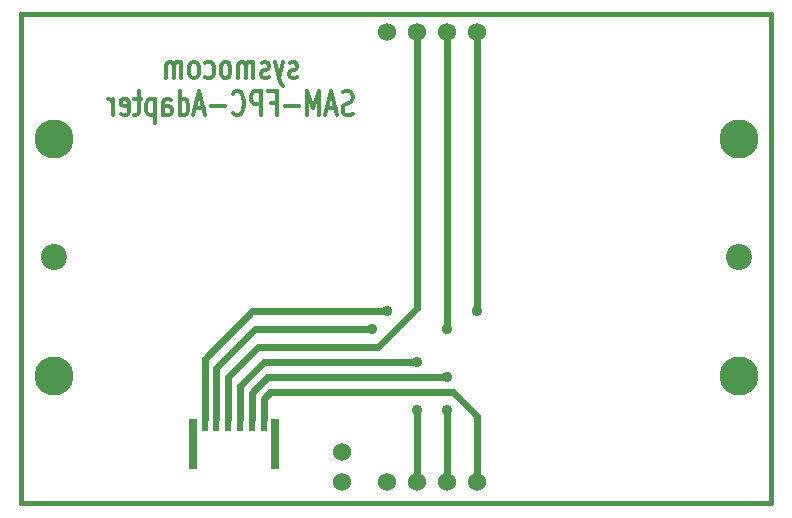
<source format=gbl>
G04 (created by PCBNEW-RS274X (2011-07-02 BZR 3034)-testing) date Sat 25 Feb 2012 03:47:28 PM CET*
G01*
G70*
G90*
%MOIN*%
G04 Gerber Fmt 3.4, Leading zero omitted, Abs format*
%FSLAX34Y34*%
G04 APERTURE LIST*
%ADD10C,0.006000*%
%ADD11C,0.012000*%
%ADD12C,0.015000*%
%ADD13C,0.086600*%
%ADD14C,0.129900*%
%ADD15C,0.060000*%
%ADD16R,0.023600X0.078700*%
%ADD17R,0.027600X0.165400*%
%ADD18C,0.035000*%
%ADD19C,0.023600*%
G04 APERTURE END LIST*
G54D10*
G54D11*
X33000Y-22386D02*
X32943Y-22424D01*
X32828Y-22424D01*
X32771Y-22386D01*
X32743Y-22310D01*
X32743Y-22271D01*
X32771Y-22195D01*
X32828Y-22157D01*
X32914Y-22157D01*
X32971Y-22119D01*
X33000Y-22043D01*
X33000Y-22005D01*
X32971Y-21929D01*
X32914Y-21890D01*
X32828Y-21890D01*
X32771Y-21929D01*
X32542Y-21890D02*
X32399Y-22424D01*
X32257Y-21890D02*
X32399Y-22424D01*
X32457Y-22614D01*
X32485Y-22652D01*
X32542Y-22690D01*
X32057Y-22386D02*
X32000Y-22424D01*
X31885Y-22424D01*
X31828Y-22386D01*
X31800Y-22310D01*
X31800Y-22271D01*
X31828Y-22195D01*
X31885Y-22157D01*
X31971Y-22157D01*
X32028Y-22119D01*
X32057Y-22043D01*
X32057Y-22005D01*
X32028Y-21929D01*
X31971Y-21890D01*
X31885Y-21890D01*
X31828Y-21929D01*
X31542Y-22424D02*
X31542Y-21890D01*
X31542Y-21967D02*
X31514Y-21929D01*
X31456Y-21890D01*
X31371Y-21890D01*
X31314Y-21929D01*
X31285Y-22005D01*
X31285Y-22424D01*
X31285Y-22005D02*
X31256Y-21929D01*
X31199Y-21890D01*
X31114Y-21890D01*
X31056Y-21929D01*
X31028Y-22005D01*
X31028Y-22424D01*
X30656Y-22424D02*
X30714Y-22386D01*
X30742Y-22348D01*
X30771Y-22271D01*
X30771Y-22043D01*
X30742Y-21967D01*
X30714Y-21929D01*
X30656Y-21890D01*
X30571Y-21890D01*
X30514Y-21929D01*
X30485Y-21967D01*
X30456Y-22043D01*
X30456Y-22271D01*
X30485Y-22348D01*
X30514Y-22386D01*
X30571Y-22424D01*
X30656Y-22424D01*
X29942Y-22386D02*
X29999Y-22424D01*
X30113Y-22424D01*
X30171Y-22386D01*
X30199Y-22348D01*
X30228Y-22271D01*
X30228Y-22043D01*
X30199Y-21967D01*
X30171Y-21929D01*
X30113Y-21890D01*
X29999Y-21890D01*
X29942Y-21929D01*
X29599Y-22424D02*
X29657Y-22386D01*
X29685Y-22348D01*
X29714Y-22271D01*
X29714Y-22043D01*
X29685Y-21967D01*
X29657Y-21929D01*
X29599Y-21890D01*
X29514Y-21890D01*
X29457Y-21929D01*
X29428Y-21967D01*
X29399Y-22043D01*
X29399Y-22271D01*
X29428Y-22348D01*
X29457Y-22386D01*
X29514Y-22424D01*
X29599Y-22424D01*
X29142Y-22424D02*
X29142Y-21890D01*
X29142Y-21967D02*
X29114Y-21929D01*
X29056Y-21890D01*
X28971Y-21890D01*
X28914Y-21929D01*
X28885Y-22005D01*
X28885Y-22424D01*
X28885Y-22005D02*
X28856Y-21929D01*
X28799Y-21890D01*
X28714Y-21890D01*
X28656Y-21929D01*
X28628Y-22005D01*
X28628Y-22424D01*
X34857Y-23626D02*
X34771Y-23664D01*
X34628Y-23664D01*
X34571Y-23626D01*
X34542Y-23588D01*
X34514Y-23511D01*
X34514Y-23435D01*
X34542Y-23359D01*
X34571Y-23321D01*
X34628Y-23283D01*
X34742Y-23245D01*
X34800Y-23207D01*
X34828Y-23169D01*
X34857Y-23092D01*
X34857Y-23016D01*
X34828Y-22940D01*
X34800Y-22902D01*
X34742Y-22864D01*
X34600Y-22864D01*
X34514Y-22902D01*
X34286Y-23435D02*
X34000Y-23435D01*
X34343Y-23664D02*
X34143Y-22864D01*
X33943Y-23664D01*
X33743Y-23664D02*
X33743Y-22864D01*
X33543Y-23435D01*
X33343Y-22864D01*
X33343Y-23664D01*
X33057Y-23359D02*
X32600Y-23359D01*
X32114Y-23245D02*
X32314Y-23245D01*
X32314Y-23664D02*
X32314Y-22864D01*
X32028Y-22864D01*
X31800Y-23664D02*
X31800Y-22864D01*
X31572Y-22864D01*
X31514Y-22902D01*
X31486Y-22940D01*
X31457Y-23016D01*
X31457Y-23130D01*
X31486Y-23207D01*
X31514Y-23245D01*
X31572Y-23283D01*
X31800Y-23283D01*
X30857Y-23588D02*
X30886Y-23626D01*
X30972Y-23664D01*
X31029Y-23664D01*
X31114Y-23626D01*
X31172Y-23550D01*
X31200Y-23473D01*
X31229Y-23321D01*
X31229Y-23207D01*
X31200Y-23054D01*
X31172Y-22978D01*
X31114Y-22902D01*
X31029Y-22864D01*
X30972Y-22864D01*
X30886Y-22902D01*
X30857Y-22940D01*
X30600Y-23359D02*
X30143Y-23359D01*
X29886Y-23435D02*
X29600Y-23435D01*
X29943Y-23664D02*
X29743Y-22864D01*
X29543Y-23664D01*
X29086Y-23664D02*
X29086Y-22864D01*
X29086Y-23626D02*
X29143Y-23664D01*
X29257Y-23664D01*
X29315Y-23626D01*
X29343Y-23588D01*
X29372Y-23511D01*
X29372Y-23283D01*
X29343Y-23207D01*
X29315Y-23169D01*
X29257Y-23130D01*
X29143Y-23130D01*
X29086Y-23169D01*
X28543Y-23664D02*
X28543Y-23245D01*
X28572Y-23169D01*
X28629Y-23130D01*
X28743Y-23130D01*
X28800Y-23169D01*
X28543Y-23626D02*
X28600Y-23664D01*
X28743Y-23664D01*
X28800Y-23626D01*
X28829Y-23550D01*
X28829Y-23473D01*
X28800Y-23397D01*
X28743Y-23359D01*
X28600Y-23359D01*
X28543Y-23321D01*
X28257Y-23130D02*
X28257Y-23930D01*
X28257Y-23169D02*
X28200Y-23130D01*
X28086Y-23130D01*
X28029Y-23169D01*
X28000Y-23207D01*
X27971Y-23283D01*
X27971Y-23511D01*
X28000Y-23588D01*
X28029Y-23626D01*
X28086Y-23664D01*
X28200Y-23664D01*
X28257Y-23626D01*
X27800Y-23130D02*
X27571Y-23130D01*
X27714Y-22864D02*
X27714Y-23550D01*
X27686Y-23626D01*
X27628Y-23664D01*
X27571Y-23664D01*
X27143Y-23626D02*
X27200Y-23664D01*
X27314Y-23664D01*
X27371Y-23626D01*
X27400Y-23550D01*
X27400Y-23245D01*
X27371Y-23169D01*
X27314Y-23130D01*
X27200Y-23130D01*
X27143Y-23169D01*
X27114Y-23245D01*
X27114Y-23321D01*
X27400Y-23397D01*
X26857Y-23664D02*
X26857Y-23130D01*
X26857Y-23283D02*
X26829Y-23207D01*
X26800Y-23169D01*
X26743Y-23130D01*
X26686Y-23130D01*
G54D12*
X23800Y-20300D02*
X23800Y-36600D01*
X48800Y-20300D02*
X23800Y-20300D01*
X48800Y-36600D02*
X48800Y-20300D01*
X23800Y-36600D02*
X48800Y-36600D01*
G54D13*
X24883Y-28400D03*
X47717Y-28400D03*
G54D14*
X24883Y-24463D03*
X24883Y-32337D03*
X47717Y-24463D03*
X47717Y-32337D03*
G54D15*
X39009Y-20900D03*
X38009Y-20900D03*
X37009Y-20900D03*
X36009Y-20900D03*
X39009Y-35900D03*
X38009Y-35900D03*
X37009Y-35900D03*
X36009Y-35900D03*
X34509Y-35900D03*
X34509Y-34900D03*
G54D16*
X31884Y-33803D03*
X31491Y-33803D03*
X31097Y-33803D03*
X30703Y-33803D03*
X30309Y-33803D03*
X29916Y-33803D03*
G54D17*
X32278Y-34630D03*
X29522Y-34630D03*
G54D18*
X38000Y-30800D03*
X35500Y-30800D03*
X38000Y-33500D03*
X38000Y-32400D03*
X39000Y-30200D03*
X36000Y-30200D03*
X37000Y-33500D03*
X37000Y-31900D03*
G54D19*
X30309Y-33803D02*
X30309Y-32091D01*
X38000Y-20900D02*
X38009Y-20900D01*
X38000Y-30800D02*
X38000Y-20900D01*
X31600Y-30800D02*
X35500Y-30800D01*
X30309Y-32091D02*
X31600Y-30800D01*
X31884Y-33803D02*
X31884Y-33116D01*
X39000Y-35900D02*
X39009Y-35900D01*
X39000Y-33700D02*
X39000Y-35900D01*
X38200Y-32900D02*
X39000Y-33700D01*
X32100Y-32900D02*
X38200Y-32900D01*
X31884Y-33116D02*
X32100Y-32900D01*
X31491Y-33803D02*
X31491Y-32909D01*
X38000Y-35900D02*
X38009Y-35900D01*
X38000Y-33500D02*
X38000Y-35900D01*
X32000Y-32400D02*
X38000Y-32400D01*
X31491Y-32909D02*
X32000Y-32400D01*
X29916Y-33803D02*
X29916Y-31784D01*
X39000Y-20800D02*
X39009Y-20900D01*
X39000Y-30200D02*
X39000Y-20800D01*
X31500Y-30200D02*
X36000Y-30200D01*
X29916Y-31784D02*
X31500Y-30200D01*
X31097Y-33803D02*
X31097Y-32703D01*
X37000Y-35800D02*
X37009Y-35900D01*
X37000Y-33500D02*
X37000Y-35800D01*
X31900Y-31900D02*
X37000Y-31900D01*
X31097Y-32703D02*
X31900Y-31900D01*
X30703Y-33803D02*
X30703Y-32397D01*
X37000Y-20800D02*
X37009Y-20900D01*
X37000Y-30100D02*
X37000Y-20800D01*
X35700Y-31400D02*
X37000Y-30100D01*
X31700Y-31400D02*
X35700Y-31400D01*
X30703Y-32397D02*
X31700Y-31400D01*
M02*

</source>
